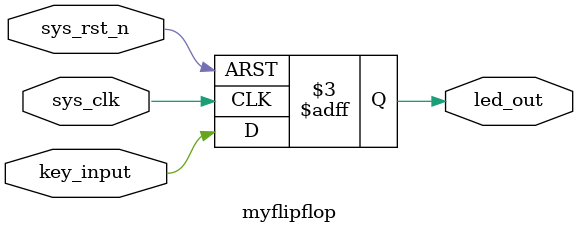
<source format=v>
/* SYNC Reset D Flip Flop. */
/*
module myflipflop (
    input  wire sys_clk,
    input  wire sys_rst_n,

    input  wire key_input,

    output reg  led_out
);
    
    always @( posedge sys_clk ) begin
        if ( sys_rst_n == 1'b0 )
            led_out <= 1'b0;
        else
            led_out <= key_input;
    end

endmodule
*/

module myflipflop (
    input  wire sys_clk,
    input  wire sys_rst_n,
    
    input  wire key_input,

    output reg  led_out
);
    always @( posedge sys_clk or negedge sys_rst_n ) begin
        if( sys_rst_n == 1'b0 )
            led_out <= 1'b0;
        else
            led_out <= key_input;
    end
endmodule
</source>
